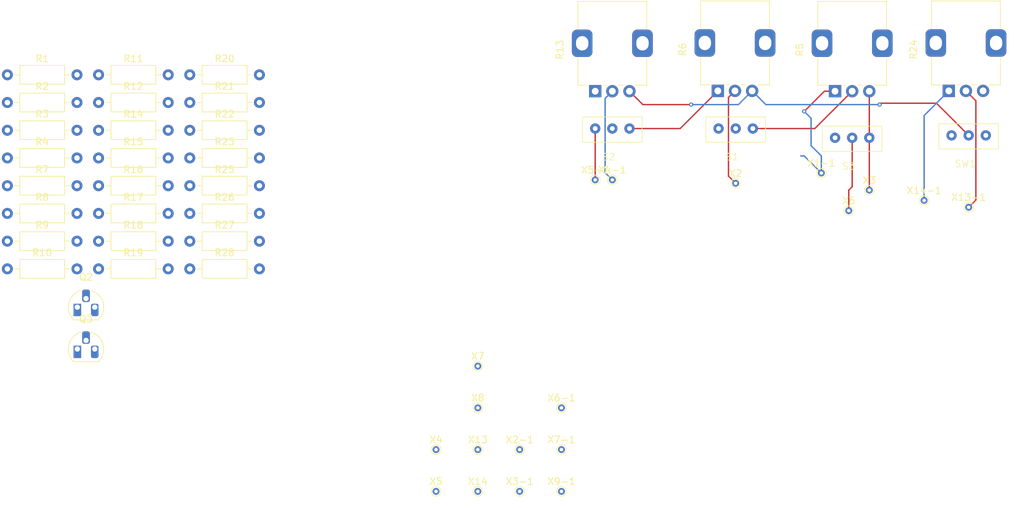
<source format=kicad_pcb>
(kicad_pcb (version 20241229) (generator "pcbnew") (generator_version "9.0")
  (layers (0 "F.Cu" signal) (2 "B.Cu" signal) (13 "F.Paste" user) (15 "B.Paste" user) (5 "F.SilkS" user "F.Silkscreen") (7 "B.SilkS" user "B.Silkscreen") (1 "F.Mask" user) (3 "B.Mask" user) (25 "Edge.Cuts" user))
  (net 0 "")
  (net 1 "Net-(Q2-E)")
  (net 2 "Net-(Q2-B)")
  (net 3 "Net-(Q2-C)")
  (net 4 "Net-(Q1-D)")
  (net 5 "GND")
  (net 6 "Net-(C1-Pad2)")
  (net 7 "/BN")
  (net 8 "Net-(Q1-G)")
  (net 9 "Net-(D1-K)")
  (net 10 "Net-(R4-Pad2)")
  (net 11 "Net-(U1C--)")
  (net 12 "Net-(S1-A)")
  (net 13 "Net-(S2-B)")
  (net 14 "/BP")
  (net 15 "Net-(R6-Pad2)")
  (net 16 "Net-(D1-A)")
  (net 17 "Net-(U1B-+)")
  (net 18 "Net-(Q1-S)")
  (net 19 "Net-(R10-Pad1)")
  (net 20 "Net-(U1C-+)")
  (net 21 "Net-(S2-A)")
  (net 22 "Net-(U1B--)")
  (net 23 "Net-(LFO1-A)")
  (net 24 "Net-(C12-Pad1)")
  (net 25 "Net-(U2-+)")
  (net 26 "Net-(C12-Pad2)")
  (net 27 "Net-(C13-Pad2)")
  (net 28 "Net-(S3-B)")
  (net 29 "Net-(S1-B)")
  (net 30 "Net-(SW1-A)")
  (footprint "PROJECT_FOOTPRINTS:spdt" (layer "F.Cu") (at 221.5 60.5)
    (property "Reference" "S3" (at -0.5 4 0) (layer "F.SilkS") (effects (font (thickness 0.1))))
    (property "Value" "SYNC")
    (fp_rect (start -4.35 -1.85) (end 4.35 1.85) (stroke (width 0.1)) (fill no) (layer "F.SilkS"))
    (pad "1" thru_hole circle (at 2.5 -0.15) (size 1.5 1.5) (drill 0.7) (layers "*.Cu" "*.Mask") (net 12 "Net-(S1-A)"))
    (pad "2" thru_hole circle (at 0 -0.15) (size 1.5 1.5) (drill 0.7) (layers "*.Cu" "*.Mask") (net 28 "Net-(S3-B)"))
    (pad "3" thru_hole circle (at -2.5 -0.15) (size 1.5 1.5) (drill 0.7) (layers "*.Cu" "*.Mask"))
  )
  (footprint "TestPoint:TestPoint_THTPad_D1.0mm_Drill0.5mm" (layer "F.Cu") (at 186.5 66.5)
    (property "Reference" "X4-1" (at 0 -1.448 0) (layer "F.SilkS"))
    (property "Value" "TestPoint")
    (fp_circle (center 0 0) (end 0 0.7) (stroke (width 0.12)) (fill no) (layer "F.SilkS"))
    (pad "1" thru_hole circle (at 0 0) (size 1 1) (drill 0.5) (layers "*.Cu" "*.Mask") (net 19 "Net-(R10-Pad1)"))
  )
  (footprint "TestPoint:TestPoint_THTPad_D1.0mm_Drill0.5mm" (layer "F.Cu") (at 166.875 105.9)
    (property "Reference" "X13" (at 0 -1.448 0) (layer "F.SilkS"))
    (property "Value" "TestPoint")
    (fp_circle (center 0 0) (end 0 0.7) (stroke (width 0.12)) (fill no) (layer "F.SilkS"))
    (pad "1" thru_hole circle (at 0 0) (size 1 1) (drill 0.5) (layers "*.Cu" "*.Mask") (net 24 "Net-(C12-Pad1)"))
  )
  (footprint "Potentiometer_THT:Potentiometer_Alps_RK09K_Single_Vertical" (layer "F.Cu") (at 219 53.55 90)
    (property "Reference" "R5" (at 6.05 -5.15 90) (layer "F.SilkS"))
    (property "Value" "1M")
    (fp_line (start 13.12 -2.521) (end 13.12 7.52) (stroke (width 0.12)) (layer "F.SilkS"))
    (fp_line (start 9.184 -2.521) (end 13.12 -2.521) (stroke (width 0.12)) (layer "F.SilkS"))
    (fp_line (start 0.88 -2.521) (end 4.817 -2.521) (stroke (width 0.12)) (layer "F.SilkS"))
    (fp_line (start 0.88 -2.521) (end 0.88 -1.2) (stroke (width 0.12)) (layer "F.SilkS"))
    (fp_line (start 0.88 1.25) (end 0.88 1.63) (stroke (width 0.12)) (layer "F.SilkS"))
    (fp_line (start 0.88 3.371) (end 0.88 4.13) (stroke (width 0.12)) (layer "F.SilkS"))
    (fp_line (start 0.88 5.87) (end 0.88 7.52) (stroke (width 0.12)) (layer "F.SilkS"))
    (fp_line (start 9.184 7.52) (end 13.12 7.52) (stroke (width 0.12)) (layer "F.SilkS"))
    (fp_line (start 0.88 7.52) (end 4.817 7.52) (stroke (width 0.12)) (layer "F.SilkS"))
    (pad "1" thru_hole rect (at 0 0 90) (size 1.8 1.8) (drill 1) (layers "*.Cu" "*.Mask") (net 10 "Net-(R4-Pad2)"))
    (pad "2" thru_hole circle (at 0 2.5 90) (size 1.8 1.8) (drill 1) (layers "*.Cu" "*.Mask") (net 12 "Net-(S1-A)"))
    (pad "3" thru_hole circle (at 0 5 90) (size 1.8 1.8) (drill 1) (layers "*.Cu" "*.Mask") (net 12 "Net-(S1-A)"))
    (pad "MP" thru_hole roundrect (at 7 -1.9 90) (size 4 3) (drill oval 2.1 1.8) (layers "*.Cu" "*.Mask"))
    (pad "MP" thru_hole roundrect (at 7 6.9 90) (size 4 3) (drill oval 2.1 1.8) (layers "*.Cu" "*.Mask"))
  )
  (footprint "Resistor_THT:R_Axial_DIN0207_L6.3mm_D2.5mm_P10.16mm_Horizontal" (layer "F.Cu") (at 124.84 71.4)
    (property "Reference" "R26" (at 5.08 -2.37 0) (layer "F.SilkS"))
    (property "Value" "4.7K")
    (fp_line (start 1.04 0) (end 1.81 0) (stroke (width 0.12)) (layer "F.SilkS"))
    (fp_line (start 9.12 0) (end 8.35 0) (stroke (width 0.12)) (layer "F.SilkS"))
    (fp_rect (start 1.81 -1.37) (end 8.35 1.37) (stroke (width 0.12)) (fill no) (layer "F.SilkS"))
    (pad "1" thru_hole circle (at 0 0) (size 1.6 1.6) (drill 0.8) (layers "*.Cu" "*.Mask") (net 25 "Net-(U2-+)"))
    (pad "2" thru_hole circle (at 10.16 0) (size 1.6 1.6) (drill 0.8) (layers "*.Cu" "*.Mask") (net 7 "/BN"))
  )
  (footprint "Resistor_THT:R_Axial_DIN0207_L6.3mm_D2.5mm_P10.16mm_Horizontal" (layer "F.Cu") (at 124.84 51.15)
    (property "Reference" "R20" (at 5.08 -2.37 0) (layer "F.SilkS"))
    (property "Value" "15K")
    (fp_line (start 1.04 0) (end 1.81 0) (stroke (width 0.12)) (layer "F.SilkS"))
    (fp_line (start 9.12 0) (end 8.35 0) (stroke (width 0.12)) (layer "F.SilkS"))
    (fp_rect (start 1.81 -1.37) (end 8.35 1.37) (stroke (width 0.12)) (fill no) (layer "F.SilkS"))
    (pad "1" thru_hole circle (at 0 0) (size 1.6 1.6) (drill 0.8) (layers "*.Cu" "*.Mask") (net 22 "Net-(U1B--)"))
    (pad "2" thru_hole circle (at 10.16 0) (size 1.6 1.6) (drill 0.8) (layers "*.Cu" "*.Mask") (net 7 "/BN"))
  )
  (footprint "TestPoint:TestPoint_THTPad_D1.0mm_Drill0.5mm" (layer "F.Cu") (at 172.975 105.9)
    (property "Reference" "X2-1" (at 0 -1.448 0) (layer "F.SilkS"))
    (property "Value" "TestPoint")
    (fp_circle (center 0 0) (end 0 0.7) (stroke (width 0.12)) (fill no) (layer "F.SilkS"))
    (pad "1" thru_hole circle (at 0 0) (size 1 1) (drill 0.5) (layers "*.Cu" "*.Mask") (net 15 "Net-(R6-Pad2)"))
  )
  (footprint "Resistor_THT:R_Axial_DIN0207_L6.3mm_D2.5mm_P10.16mm_Horizontal" (layer "F.Cu") (at 111.53 67.35)
    (property "Reference" "R16" (at 5.08 -2.37 0) (layer "F.SilkS"))
    (property "Value" "2M")
    (fp_line (start 1.04 0) (end 1.81 0) (stroke (width 0.12)) (layer "F.SilkS"))
    (fp_line (start 9.12 0) (end 8.35 0) (stroke (width 0.12)) (layer "F.SilkS"))
    (fp_rect (start 1.81 -1.37) (end 8.35 1.37) (stroke (width 0.12)) (fill no) (layer "F.SilkS"))
    (pad "1" thru_hole circle (at 0 0) (size 1.6 1.6) (drill 0.8) (layers "*.Cu" "*.Mask") (net 3 "Net-(Q2-C)"))
    (pad "2" thru_hole circle (at 10.16 0) (size 1.6 1.6) (drill 0.8) (layers "*.Cu" "*.Mask") (net 14 "/BP"))
  )
  (footprint "Resistor_THT:R_Axial_DIN0207_L6.3mm_D2.5mm_P10.16mm_Horizontal" (layer "F.Cu") (at 111.53 71.4)
    (property "Reference" "R17" (at 5.08 -2.37 0) (layer "F.SilkS"))
    (property "Value" "10K")
    (fp_line (start 1.04 0) (end 1.81 0) (stroke (width 0.12)) (layer "F.SilkS"))
    (fp_line (start 9.12 0) (end 8.35 0) (stroke (width 0.12)) (layer "F.SilkS"))
    (fp_rect (start 1.81 -1.37) (end 8.35 1.37) (stroke (width 0.12)) (fill no) (layer "F.SilkS"))
    (pad "1" thru_hole circle (at 0 0) (size 1.6 1.6) (drill 0.8) (layers "*.Cu" "*.Mask") (net 22 "Net-(U1B--)"))
    (pad "2" thru_hole circle (at 10.16 0) (size 1.6 1.6) (drill 0.8) (layers "*.Cu" "*.Mask") (net 14 "/BP"))
  )
  (footprint "Resistor_THT:R_Axial_DIN0207_L6.3mm_D2.5mm_P10.16mm_Horizontal" (layer "F.Cu") (at 111.53 51.15)
    (property "Reference" "R11" (at 5.08 -2.37 0) (layer "F.SilkS"))
    (property "Value" "100K")
    (fp_line (start 1.04 0) (end 1.81 0) (stroke (width 0.12)) (layer "F.SilkS"))
    (fp_line (start 9.12 0) (end 8.35 0) (stroke (width 0.12)) (layer "F.SilkS"))
    (fp_rect (start 1.81 -1.37) (end 8.35 1.37) (stroke (width 0.12)) (fill no) (layer "F.SilkS"))
    (pad "1" thru_hole circle (at 0 0) (size 1.6 1.6) (drill 0.8) (layers "*.Cu" "*.Mask") (net 14 "/BP"))
    (pad "2" thru_hole circle (at 10.16 0) (size 1.6 1.6) (drill 0.8) (layers "*.Cu" "*.Mask") (net 20 "Net-(U1C-+)"))
  )
  (footprint "Resistor_THT:R_Axial_DIN0207_L6.3mm_D2.5mm_P10.16mm_Horizontal" (layer "F.Cu") (at 98.22 51.15)
    (property "Reference" "R1" (at 5.08 -2.37 0) (layer "F.SilkS"))
    (property "Value" "10K")
    (fp_line (start 1.04 0) (end 1.81 0) (stroke (width 0.12)) (layer "F.SilkS"))
    (fp_line (start 9.12 0) (end 8.35 0) (stroke (width 0.12)) (layer "F.SilkS"))
    (fp_rect (start 1.81 -1.37) (end 8.35 1.37) (stroke (width 0.12)) (fill no) (layer "F.SilkS"))
    (pad "1" thru_hole circle (at 0 0) (size 1.6 1.6) (drill 0.8) (layers "*.Cu" "*.Mask") (net 6 "Net-(C1-Pad2)"))
    (pad "2" thru_hole circle (at 10.16 0) (size 1.6 1.6) (drill 0.8) (layers "*.Cu" "*.Mask") (net 1 "Net-(Q2-E)"))
  )
  (footprint "Resistor_THT:R_Axial_DIN0207_L6.3mm_D2.5mm_P10.16mm_Horizontal" (layer "F.Cu") (at 111.53 79.5)
    (property "Reference" "R19" (at 5.08 -2.37 0) (layer "F.SilkS"))
    (property "Value" "100K")
    (fp_line (start 1.04 0) (end 1.81 0) (stroke (width 0.12)) (layer "F.SilkS"))
    (fp_line (start 9.12 0) (end 8.35 0) (stroke (width 0.12)) (layer "F.SilkS"))
    (fp_rect (start 1.81 -1.37) (end 8.35 1.37) (stroke (width 0.12)) (fill no) (layer "F.SilkS"))
    (pad "1" thru_hole circle (at 0 0) (size 1.6 1.6) (drill 0.8) (layers "*.Cu" "*.Mask") (net 20 "Net-(U1C-+)"))
    (pad "2" thru_hole circle (at 10.16 0) (size 1.6 1.6) (drill 0.8) (layers "*.Cu" "*.Mask") (net 12 "Net-(S1-A)"))
  )
  (footprint "Resistor_THT:R_Axial_DIN0207_L6.3mm_D2.5mm_P10.16mm_Horizontal" (layer "F.Cu") (at 124.84 55.2)
    (property "Reference" "R21" (at 5.08 -2.37 0) (layer "F.SilkS"))
    (property "Value" "4.7K")
    (fp_line (start 1.04 0) (end 1.81 0) (stroke (width 0.12)) (layer "F.SilkS"))
    (fp_line (start 9.12 0) (end 8.35 0) (stroke (width 0.12)) (layer "F.SilkS"))
    (fp_rect (start 1.81 -1.37) (end 8.35 1.37) (stroke (width 0.12)) (fill no) (layer "F.SilkS"))
    (pad "1" thru_hole circle (at 0 0) (size 1.6 1.6) (drill 0.8) (layers "*.Cu" "*.Mask") (net 12 "Net-(S1-A)"))
    (pad "2" thru_hole circle (at 10.16 0) (size 1.6 1.6) (drill 0.8) (layers "*.Cu" "*.Mask") (net 23 "Net-(LFO1-A)"))
  )
  (footprint "TestPoint:TestPoint_THTPad_D1.0mm_Drill0.5mm" (layer "F.Cu") (at 166.875 99.8)
    (property "Reference" "X8" (at 0 -1.448 0) (layer "F.SilkS"))
    (property "Value" "TestPoint")
    (fp_circle (center 0 0) (end 0 0.7) (stroke (width 0.12)) (fill no) (layer "F.SilkS"))
    (pad "1" thru_hole circle (at 0 0) (size 1 1) (drill 0.5) (layers "*.Cu" "*.Mask") (net 26 "Net-(C12-Pad2)"))
  )
  (footprint "TestPoint:TestPoint_THTPad_D1.0mm_Drill0.5mm" (layer "F.Cu") (at 179.075 105.9)
    (property "Reference" "X7-1" (at 0 -1.448 0) (layer "F.SilkS"))
    (property "Value" "TestPoint")
    (fp_circle (center 0 0) (end 0 0.7) (stroke (width 0.12)) (fill no) (layer "F.SilkS"))
    (pad "1" thru_hole circle (at 0 0) (size 1 1) (drill 0.5) (layers "*.Cu" "*.Mask") (net 23 "Net-(LFO1-A)"))
  )
  (footprint "TestPoint:TestPoint_THTPad_D1.0mm_Drill0.5mm" (layer "F.Cu") (at 238.5 70.5)
    (property "Reference" "X13-1" (at 0 -1.448 0) (layer "F.SilkS"))
    (property "Value" "TestPoint")
    (fp_circle (center 0 0) (end 0 0.7) (stroke (width 0.12)) (fill no) (layer "F.SilkS"))
    (pad "1" thru_hole circle (at 0 0) (size 1 1) (drill 0.5) (layers "*.Cu" "*.Mask") (net 24 "Net-(C12-Pad1)"))
  )
  (footprint "TestPoint:TestPoint_THTPad_D1.0mm_Drill0.5mm" (layer "F.Cu") (at 217 65.5)
    (property "Reference" "X1-1" (at 0 -1.448 0) (layer "F.SilkS"))
    (property "Value" "TestPoint")
    (fp_circle (center 0 0) (end 0 0.7) (stroke (width 0.12)) (fill no) (layer "F.SilkS"))
    (pad "1" thru_hole circle (at 0 0) (size 1 1) (drill 0.5) (layers "*.Cu" "*.Mask") (net 10 "Net-(R4-Pad2)"))
  )
  (footprint "TestPoint:TestPoint_THTPad_D1.0mm_Drill0.5mm" (layer "F.Cu") (at 221 71)
    (property "Reference" "X6" (at 0 -1.448 0) (layer "F.SilkS"))
    (property "Value" "TestPoint")
    (fp_circle (center 0 0) (end 0 0.7) (stroke (width 0.12)) (fill no) (layer "F.SilkS"))
    (pad "1" thru_hole circle (at 0 0) (size 1 1) (drill 0.5) (layers "*.Cu" "*.Mask") (net 28 "Net-(S3-B)"))
  )
  (footprint "Resistor_THT:R_Axial_DIN0207_L6.3mm_D2.5mm_P10.16mm_Horizontal" (layer "F.Cu") (at 111.53 55.2)
    (property "Reference" "R12" (at 5.08 -2.37 0) (layer "F.SilkS"))
    (property "Value" "75K")
    (fp_line (start 1.04 0) (end 1.81 0) (stroke (width 0.12)) (layer "F.SilkS"))
    (fp_line (start 9.12 0) (end 8.35 0) (stroke (width 0.12)) (layer "F.SilkS"))
    (fp_rect (start 1.81 -1.37) (end 8.35 1.37) (stroke (width 0.12)) (fill no) (layer "F.SilkS"))
    (pad "1" thru_hole circle (at 0 0) (size 1.6 1.6) (drill 0.8) (layers "*.Cu" "*.Mask") (net 12 "Net-(S1-A)"))
    (pad "2" thru_hole circle (at 10.16 0) (size 1.6 1.6) (drill 0.8) (layers "*.Cu" "*.Mask") (net 21 "Net-(S2-A)"))
  )
  (footprint "Resistor_THT:R_Axial_DIN0207_L6.3mm_D2.5mm_P10.16mm_Horizontal" (layer "F.Cu") (at 111.53 63.3)
    (property "Reference" "R15" (at 5.08 -2.37 0) (layer "F.SilkS"))
    (property "Value" "220k")
    (fp_line (start 1.04 0) (end 1.81 0) (stroke (width 0.12)) (layer "F.SilkS"))
    (fp_line (start 9.12 0) (end 8.35 0) (stroke (width 0.12)) (layer "F.SilkS"))
    (fp_rect (start 1.81 -1.37) (end 8.35 1.37) (stroke (width 0.12)) (fill no) (layer "F.SilkS"))
    (pad "1" thru_hole circle (at 0 0) (size 1.6 1.6) (drill 0.8) (layers "*.Cu" "*.Mask") (net 2 "Net-(Q2-B)"))
    (pad "2" thru_hole circle (at 10.16 0) (size 1.6 1.6) (drill 0.8) (layers "*.Cu" "*.Mask") (net 7 "/BN"))
  )
  (footprint "Resistor_THT:R_Axial_DIN0207_L6.3mm_D2.5mm_P10.16mm_Horizontal" (layer "F.Cu") (at 98.22 67.35)
    (property "Reference" "R7" (at 5.08 -2.37 0) (layer "F.SilkS"))
    (property "Value" "100K")
    (fp_line (start 1.04 0) (end 1.81 0) (stroke (width 0.12)) (layer "F.SilkS"))
    (fp_line (start 9.12 0) (end 8.35 0) (stroke (width 0.12)) (layer "F.SilkS"))
    (fp_rect (start 1.81 -1.37) (end 8.35 1.37) (stroke (width 0.12)) (fill no) (layer "F.SilkS"))
    (pad "1" thru_hole circle (at 0 0) (size 1.6 1.6) (drill 0.8) (layers "*.Cu" "*.Mask") (net 15 "Net-(R6-Pad2)"))
    (pad "2" thru_hole circle (at 10.16 0) (size 1.6 1.6) (drill 0.8) (layers "*.Cu" "*.Mask") (net 2 "Net-(Q2-B)"))
  )
  (footprint "Resistor_THT:R_Axial_DIN0207_L6.3mm_D2.5mm_P10.16mm_Horizontal" (layer "F.Cu") (at 98.22 59.25)
    (property "Reference" "R3" (at 5.08 -2.37 0) (layer "F.SilkS"))
    (property "Value" "10K")
    (fp_line (start 1.04 0) (end 1.81 0) (stroke (width 0.12)) (layer "F.SilkS"))
    (fp_line (start 9.12 0) (end 8.35 0) (stroke (width 0.12)) (layer "F.SilkS"))
    (fp_rect (start 1.81 -1.37) (end 8.35 1.37) (stroke (width 0.12)) (fill no) (layer "F.SilkS"))
    (pad "1" thru_hole circle (at 0 0) (size 1.6 1.6) (drill 0.8) (layers "*.Cu" "*.Mask") (net 8 "Net-(Q1-G)"))
    (pad "2" thru_hole circle (at 10.16 0) (size 1.6 1.6) (drill 0.8) (layers "*.Cu" "*.Mask") (net 9 "Net-(D1-K)"))
  )
  (footprint "Resistor_THT:R_Axial_DIN0207_L6.3mm_D2.5mm_P10.16mm_Horizontal" (layer "F.Cu") (at 111.53 75.45)
    (property "Reference" "R18" (at 5.08 -2.37 0) (layer "F.SilkS"))
    (property "Value" "100K")
    (fp_line (start 1.04 0) (end 1.81 0) (stroke (width 0.12)) (layer "F.SilkS"))
    (fp_line (start 9.12 0) (end 8.35 0) (stroke (width 0.12)) (layer "F.SilkS"))
    (fp_rect (start 1.81 -1.37) (end 8.35 1.37) (stroke (width 0.12)) (fill no) (layer "F.SilkS"))
    (pad "1" thru_hole circle (at 0 0) (size 1.6 1.6) (drill 0.8) (layers "*.Cu" "*.Mask") (net 7 "/BN"))
    (pad "2" thru_hole circle (at 10.16 0) (size 1.6 1.6) (drill 0.8) (layers "*.Cu" "*.Mask") (net 20 "Net-(U1C-+)"))
  )
  (footprint "Resistor_THT:R_Axial_DIN0207_L6.3mm_D2.5mm_P10.16mm_Horizontal" (layer "F.Cu") (at 124.84 75.45)
    (property "Reference" "R27" (at 5.08 -2.37 0) (layer "F.SilkS"))
    (property "Value" "10")
    (fp_line (start 1.04 0) (end 1.81 0) (stroke (width 0.12)) (layer "F.SilkS"))
    (fp_line (start 9.12 0) (end 8.35 0) (stroke (width 0.12)) (layer "F.SilkS"))
    (fp_rect (start 1.81 -1.37) (end 8.35 1.37) (stroke (width 0.12)) (fill no) (layer "F.SilkS"))
    (pad "1" thru_hole circle (at 0 0) (size 1.6 1.6) (drill 0.8) (layers "*.Cu" "*.Mask") (net 27 "Net-(C13-Pad2)"))
    (pad "2" thru_hole circle (at 10.16 0) (size 1.6 1.6) (drill 0.8) (layers "*.Cu" "*.Mask") (net 7 "/BN"))
  )
  (footprint "TestPoint:TestPoint_THTPad_D1.0mm_Drill0.5mm" (layer "F.Cu") (at 232 69.5)
    (property "Reference" "X14-1" (at 0 -1.448 0) (layer "F.SilkS"))
    (property "Value" "TestPoint")
    (fp_circle (center 0 0) (end 0 0.7) (stroke (width 0.12)) (fill no) (layer "F.SilkS"))
    (pad "1" thru_hole circle (at 0 0) (size 1 1) (drill 0.5) (layers "*.Cu" "*.Mask") (net 18 "Net-(Q1-S)"))
  )
  (footprint "TestPoint:TestPoint_THTPad_D1.0mm_Drill0.5mm" (layer "F.Cu") (at 224 68)
    (property "Reference" "X3" (at 0 -1.448 0) (layer "F.SilkS"))
    (property "Value" "TestPoint")
    (fp_circle (center 0 0) (end 0 0.7) (stroke (width 0.12)) (fill no) (layer "F.SilkS"))
    (pad "1" thru_hole circle (at 0 0) (size 1 1) (drill 0.5) (layers "*.Cu" "*.Mask") (net 12 "Net-(S1-A)"))
  )
  (footprint "TestPoint:TestPoint_THTPad_D1.0mm_Drill0.5mm" (layer "F.Cu") (at 160.775 112)
    (property "Reference" "X5" (at 0 -1.448 0) (layer "F.SilkS"))
    (property "Value" "TestPoint")
    (fp_circle (center 0 0) (end 0 0.7) (stroke (width 0.12)) (fill no) (layer "F.SilkS"))
    (pad "1" thru_hole circle (at 0 0) (size 1 1) (drill 0.5) (layers "*.Cu" "*.Mask") (net 21 "Net-(S2-A)"))
  )
  (footprint "Resistor_THT:R_Axial_DIN0207_L6.3mm_D2.5mm_P10.16mm_Horizontal" (layer "F.Cu") (at 98.22 55.2)
    (property "Reference" "R2" (at 5.08 -2.37 0) (layer "F.SilkS"))
    (property "Value" "2M")
    (fp_line (start 1.04 0) (end 1.81 0) (stroke (width 0.12)) (layer "F.SilkS"))
    (fp_line (start 9.12 0) (end 8.35 0) (stroke (width 0.12)) (layer "F.SilkS"))
    (fp_rect (start 1.81 -1.37) (end 8.35 1.37) (stroke (width 0.12)) (fill no) (layer "F.SilkS"))
    (pad "1" thru_hole circle (at 0 0) (size 1.6 1.6) (drill 0.8) (layers "*.Cu" "*.Mask") (net 7 "/BN"))
    (pad "2" thru_hole circle (at 10.16 0) (size 1.6 1.6) (drill 0.8) (layers "*.Cu" "*.Mask") (net 8 "Net-(Q1-G)"))
  )
  (footprint "TestPoint:TestPoint_THTPad_D1.0mm_Drill0.5mm" (layer "F.Cu") (at 166.875 93.7)
    (property "Reference" "X7" (at 0 -1.448 0) (layer "F.SilkS"))
    (property "Value" "TestPoint")
    (fp_circle (center 0 0) (end 0 0.7) (stroke (width 0.12)) (fill no) (layer "F.SilkS"))
    (pad "1" thru_hole circle (at 0 0) (size 1 1) (drill 0.5) (layers "*.Cu" "*.Mask") (net 23 "Net-(LFO1-A)"))
  )
  (footprint "TestPoint:TestPoint_THTPad_D1.0mm_Drill0.5mm" (layer "F.Cu") (at 184 66.5)
    (property "Reference" "X5-1" (at 0 -1.448 0) (layer "F.SilkS"))
    (property "Value" "TestPoint")
    (fp_circle (center 0 0) (end 0 0.7) (stroke (width 0.12)) (fill no) (layer "F.SilkS"))
    (pad "1" thru_hole circle (at 0 0) (size 1 1) (drill 0.5) (layers "*.Cu" "*.Mask") (net 21 "Net-(S2-A)"))
  )
  (footprint "Resistor_THT:R_Axial_DIN0207_L6.3mm_D2.5mm_P10.16mm_Horizontal" (layer "F.Cu") (at 124.84 67.35)
    (property "Reference" "R25" (at 5.08 -2.37 0) (layer "F.SilkS"))
    (property "Value" "100K")
    (fp_line (start 1.04 0) (end 1.81 0) (stroke (width 0.12)) (layer "F.SilkS"))
    (fp_line (start 9.12 0) (end 8.35 0) (stroke (width 0.12)) (layer "F.SilkS"))
    (fp_rect (start 1.81 -1.37) (end 8.35 1.37) (stroke (width 0.12)) (fill no) (layer "F.SilkS"))
    (pad "1" thru_hole circle (at 0 0) (size 1.6 1.6) (drill 0.8) (layers "*.Cu" "*.Mask") (net 26 "Net-(C12-Pad2)"))
    (pad "2" thru_hole circle (at 10.16 0) (size 1.6 1.6) (drill 0.8) (layers "*.Cu" "*.Mask") (net 25 "Net-(U2-+)"))
  )
  (footprint "Potentiometer_THT:Potentiometer_Alps_RK09K_Single_Vertical" (layer "F.Cu") (at 184 53.55 90)
    (property "Reference" "R13" (at 6.05 -5.15 90) (layer "F.SilkS"))
    (property "Value" "100K")
    (fp_line (start 13.12 -2.521) (end 13.12 7.52) (stroke (width 0.12)) (layer "F.SilkS"))
    (fp_line (start 9.184 -2.521) (end 13.12 -2.521) (stroke (width 0.12)) (layer "F.SilkS"))
    (fp_line (start 0.88 -2.521) (end 4.817 -2.521) (stroke (width 0.12)) (layer "F.SilkS"))
    (fp_line (start 0.88 -2.521) (end 0.88 -1.2) (stroke (width 0.12)) (layer "F.SilkS"))
    (fp_line (start 0.88 1.25) (end 0.88 1.63) (stroke (width 0.12)) (layer "F.SilkS"))
    (fp_line (start 0.88 3.371) (end 0.88 4.13) (stroke (width 0.12)) (layer "F.SilkS"))
    (fp_line (start 0.88 5.87) (end 0.88 7.52) (stroke (width 0.12)) (layer "F.SilkS"))
    (fp_line (start 9.184 7.52) (end 13.12 7.52) (stroke (width 0.12)) (layer "F.SilkS"))
    (fp_line (start 0.88 7.52) (end 4.817 7.52) (stroke (width 0.12)) (layer "F.SilkS"))
    (pad "1" thru_hole rect (at 0 0 90) (size 1.8 1.8) (drill 1) (layers "*.Cu" "*.Mask") (net 7 "/BN"))
    (pad "2" thru_hole circle (at 0 2.5 90) (size 1.8 1.8) (drill 1) (layers "*.Cu" "*.Mask") (net 19 "Net-(R10-Pad1)"))
    (pad "3" thru_hole circle (at 0 5 90) (size 1.8 1.8) (drill 1) (layers "*.Cu" "*.Mask") (net 14 "/BP"))
    (pad "MP" thru_hole roundrect (at 7 -1.9 90) (size 4 3) (drill oval 2.1 1.8) (layers "*.Cu" "*.Mask"))
    (pad "MP" thru_hole roundrect (at 7 6.9 90) (size 4 3) (drill oval 2.1 1.8) (layers "*.Cu" "*.Mask"))
  )
  (footprint "Resistor_THT:R_Axial_DIN0207_L6.3mm_D2.5mm_P10.16mm_Horizontal" (layer "F.Cu") (at 98.22 71.4)
    (property "Reference" "R8" (at 5.08 -2.37 0) (layer "F.SilkS"))
    (property "Value" "300K")
    (fp_line (start 1.04 0) (end 1.81 0) (stroke (width 0.12)) (layer "F.SilkS"))
    (fp_line (start 9.12 0) (end 8.35 0) (stroke (width 0.12)) (layer "F.SilkS"))
    (fp_rect (start 1.81 -1.37) (end 8.35 1.37) (stroke (width 0.12)) (fill no) (layer "F.SilkS"))
    (pad "1" thru_hole circle (at 0 0) (size 1.6 1.6) (drill 0.8) (layers "*.Cu" "*.Mask") (net 17 "Net-(U1B-+)"))
    (pad "2" thru_hole circle (at 10.16 0) (size 1.6 1.6) (drill 0.8) (layers "*.Cu" "*.Mask") (net 16 "Net-(D1-A)"))
  )
  (footprint "Resistor_THT:R_Axial_DIN0207_L6.3mm_D2.5mm_P10.16mm_Horizontal" (layer "F.Cu") (at 98.22 79.5)
    (property "Reference" "R10" (at 5.08 -2.37 0) (layer "F.SilkS"))
    (property "Value" "75K")
    (fp_line (start 1.04 0) (end 1.81 0) (stroke (width 0.12)) (layer "F.SilkS"))
    (fp_line (start 9.12 0) (end 8.35 0) (stroke (width 0.12)) (layer "F.SilkS"))
    (fp_rect (start 1.81 -1.37) (end 8.35 1.37) (stroke (width 0.12)) (fill no) (layer "F.SilkS"))
    (pad "1" thru_hole circle (at 0 0) (size 1.6 1.6) (drill 0.8) (layers "*.Cu" "*.Mask") (net 19 "Net-(R10-Pad1)"))
    (pad "2" thru_hole circle (at 10.16 0) (size 1.6 1.6) (drill 0.8) (layers "*.Cu" "*.Mask") (net 2 "Net-(Q2-B)"))
  )
  (footprint "TestPoint:TestPoint_THTPad_D1.0mm_Drill0.5mm" (layer "F.Cu") (at 160.775 105.9)
    (property "Reference" "X4" (at 0 -1.448 0) (layer "F.SilkS"))
    (property "Value" "TestPoint")
    (fp_circle (center 0 0) (end 0 0.7) (stroke (width 0.12)) (fill no) (layer "F.SilkS"))
    (pad "1" thru_hole circle (at 0 0) (size 1 1) (drill 0.5) (layers "*.Cu" "*.Mask") (net 19 "Net-(R10-Pad1)"))
  )
  (footprint "TestPoint:TestPoint_THTPad_D1.0mm_Drill0.5mm" (layer "F.Cu") (at 204.5 67)
    (property "Reference" "X2" (at 0 -1.448 0) (layer "F.SilkS"))
    (property "Value" "TestPoint")
    (fp_circle (center 0 0) (end 0 0.7) (stroke (width 0.12)) (fill no) (layer "F.SilkS"))
    (pad "1" thru_hole circle (at 0 0) (size 1 1) (drill 0.5) (layers "*.Cu" "*.Mask") (net 15 "Net-(R6-Pad2)"))
  )
  (footprint "Potentiometer_THT:Potentiometer_Alps_RK09K_Single_Vertical" (layer "F.Cu") (at 235.6 53.5 90)
    (property "Reference" "R24" (at 6.05 -5.15 90) (layer "F.SilkS"))
    (property "Value" "100K")
    (fp_line (start 13.12 -2.521) (end 13.12 7.52) (stroke (width 0.12)) (layer "F.SilkS"))
    (fp_line (start 9.184 -2.521) (end 13.12 -2.521) (stroke (width 0.12)) (layer "F.SilkS"))
    (fp_line (start 0.88 -2.521) (end 4.817 -2.521) (stroke (width 0.12)) (layer "F.SilkS"))
    (fp_line (start 0.88 -2.521) (end 0.88 -1.2) (stroke (width 0.12)) (layer "F.SilkS"))
    (fp_line (start 0.88 1.25) (end 0.88 1.63) (stroke (width 0.12)) (layer "F.SilkS"))
    (fp_line (start 0.88 3.371) (end 0.88 4.13) (stroke (width 0.12)) (layer "F.SilkS"))
    (fp_line (start 0.88 5.87) (end 0.88 7.52) (stroke (width 0.12)) (layer "F.SilkS"))
    (fp_line (start 9.184 7.52) (end 13.12 7.52) (stroke (width 0.12)) (layer "F.SilkS"))
    (fp_line (start 0.88 7.52) (end 4.817 7.52) (stroke (width 0.12)) (layer "F.SilkS"))
    (pad "1" thru_hole rect (at 0 0 90) (size 1.8 1.8) (drill 1) (layers "*.Cu" "*.Mask") (net 18 "Net-(Q1-S)"))
    (pad "2" thru_hole circle (at 0 2.5 90) (size 1.8 1.8) (drill 1) (layers "*.Cu" "*.Mask") (net 24 "Net-(C12-Pad1)"))
    (pad "3" thru_hole circle (at 0 5 90) (size 1.8 1.8) (drill 1) (layers "*.Cu" "*.Mask") (net 7 "/BN"))
    (pad "MP" thru_hole roundrect (at 7 -1.9 90) (size 4 3) (drill oval 2.1 1.8) (layers "*.Cu" "*.Mask"))
    (pad "MP" thru_hole roundrect (at 7 6.9 90) (size 4 3) (drill oval 2.1 1.8) (layers "*.Cu" "*.Mask"))
  )
  (footprint "Package_TO_SOT_THT:TO-92_HandSolder" (layer "F.Cu") (at 108.43 85.1)
    (property "Reference" "Q2" (at 1.27 -4.4 0) (layer "F.SilkS"))
    (property "Value" "2N3904")
    (fp_line (start -0.53 1.85) (end 3.07 1.85) (stroke (width 0.12)) (layer "F.SilkS"))
    (fp_arc (start -0.541875 1.841741) (mid -1.247231 -0.581764) (end 0.45 -2.45) (stroke (width 0.12)) (layer "F.SilkS"))
    (fp_arc (start 2.05 -2.45) (mid 3.769931 -0.601036) (end 3.078445 1.827684) (stroke (width 0.12)) (layer "F.SilkS"))
    (pad "1" thru_hole rect (at 0 0) (size 1.1 1.8) (drill 0.75 (offset 0 0.4)) (layers "*.Cu" "*.Mask") (net 1 "Net-(Q2-E)"))
    (pad "2" thru_hole roundrect (at 1.27 -1.27) (size 1.1 1.8) (drill 0.75 (offset 0 -0.4)) (layers "*.Cu" "*.Mask") (net 2 "Net-(Q2-B)"))
    (pad "3" thru_hole roundrect (at 2.54 0) (size 1.1 1.8) (drill 0.75 (offset 0 0.4)) (layers "*.Cu" "*.Mask") (net 3 "Net-(Q2-C)"))
  )
  (footprint "TestPoint:TestPoint_THTPad_D1.0mm_Drill0.5mm" (layer "F.Cu") (at 179.075 99.8)
    (property "Reference" "X6-1" (at 0 -1.448 0) (layer "F.SilkS"))
    (property "Value" "TestPoint")
    (fp_circle (center 0 0) (end 0 0.7) (stroke (width 0.12)) (fill no) (layer "F.SilkS"))
    (pad "1" thru_hole circle (at 0 0) (size 1 1) (drill 0.5) (layers "*.Cu" "*.Mask") (net 28 "Net-(S3-B)"))
  )
  (footprint "Resistor_THT:R_Axial_DIN0207_L6.3mm_D2.5mm_P10.16mm_Horizontal" (layer "F.Cu") (at 111.53 59.25)
    (property "Reference" "R14" (at 5.08 -2.37 0) (layer "F.SilkS"))
    (property "Value" "2K")
    (fp_line (start 1.04 0) (end 1.81 0) (stroke (width 0.12)) (layer "F.SilkS"))
    (fp_line (start 9.12 0) (end 8.35 0) (stroke (width 0.12)) (layer "F.SilkS"))
    (fp_rect (start 1.81 -1.37) (end 8.35 1.37) (stroke (width 0.12)) (fill no) (layer "F.SilkS"))
    (pad "1" thru_hole circle (at 0 0) (size 1.6 1.6) (drill 0.8) (layers "*.Cu" "*.Mask") (net 2 "Net-(Q2-B)"))
    (pad "2" thru_hole circle (at 10.16 0) (size 1.6 1.6) (drill 0.8) (layers "*.Cu" "*.Mask") (net 5 "GND"))
  )
  (footprint "Potentiometer_THT:Potentiometer_Alps_RK09K_Single_Vertical" (layer "F.Cu") (at 201.9 53.5 90)
    (property "Reference" "R6" (at 6.05 -5.15 90) (layer "F.SilkS"))
    (property "Value" "100K")
    (fp_line (start 13.12 -2.521) (end 13.12 7.52) (stroke (width 0.12)) (layer "F.SilkS"))
    (fp_line (start 9.184 -2.521) (end 13.12 -2.521) (stroke (width 0.12)) (layer "F.SilkS"))
    (fp_line (start 0.88 -2.521) (end 4.817 -2.521) (stroke (width 0.12)) (layer "F.SilkS"))
    (fp_line (start 0.88 -2.521) (end 0.88 -1.2) (stroke (width 0.12)) (layer "F.SilkS"))
    (fp_line (start 0.88 1.25) (end 0.88 1.63) (stroke (width 0.12)) (layer "F.SilkS"))
    (fp_line (start 0.88 3.371) (end 0.88 4.13) (stroke (width 0.12)) (layer "F.SilkS"))
    (fp_line (start 0.88 5.87) (end 0.88 7.52) (stroke (width 0.12)) (layer "F.SilkS"))
    (fp_line (start 9.184 7.52) (end 13.12 7.52) (stroke (width 0.12)) (layer "F.SilkS"))
    (fp_line (start 0.88 7.52) (end 4.817 7.52) (stroke (width 0.12)) (layer "F.SilkS"))
    (pad "1" thru_hole rect (at 0 0 90) (size 1.8 1.8) (drill 1) (layers "*.Cu" "*.Mask") (net 13 "Net-(S2-B)"))
    (pad "2" thru_hole circle (at 0 2.5 90) (size 1.8 1.8) (drill 1) (layers "*.Cu" "*.Mask") (net 15 "Net-(R6-Pad2)"))
    (pad "3" thru_hole circle (at 0 5 90) (size 1.8 1.8) (drill 1) (layers "*.Cu" "*.Mask") (net 14 "/BP"))
    (pad "MP" thru_hole roundrect (at 7 -1.9 90) (size 4 3) (drill oval 2.1 1.8) (layers "*.Cu" "*.Mask"))
    (pad "MP" thru_hole roundrect (at 7 6.9 90) (size 4 3) (drill oval 2.1 1.8) (layers "*.Cu" "*.Mask"))
  )
  (footprint "PROJECT_FOOTPRINTS:spdt" (layer "F.Cu") (at 238.5 60.15)
    (property "Reference" "SW1" (at -0.5 4 0) (layer "F.SilkS") (effects (font (thickness 0.1))))
    (property "Value" "S4")
    (fp_rect (start -4.35 -1.85) (end 4.35 1.85) (stroke (width 0.1)) (fill no) (layer "F.SilkS"))
    (pad "1" thru_hole circle (at 2.5 -0.15) (size 1.5 1.5) (drill 0.7) (layers "*.Cu" "*.Mask") (net 30 "Net-(SW1-A)"))
    (pad "2" thru_hole circle (at 0 -0.15) (size 1.5 1.5) (drill 0.7) (layers "*.Cu" "*.Mask") (net 14 "/BP"))
    (pad "3" thru_hole circle (at -2.5 -0.15) (size 1.5 1.5) (drill 0.7) (layers "*.Cu" "*.Mask"))
  )
  (footprint "Resistor_THT:R_Axial_DIN0207_L6.3mm_D2.5mm_P10.16mm_Horizontal" (layer "F.Cu") (at 98.22 75.45)
    (property "Reference" "R9" (at 5.08 -2.37 0) (layer "F.SilkS"))
    (property "Value" "10K")
    (fp_line (start 1.04 0) (end 1.81 0) (stroke (width 0.12)) (layer "F.SilkS"))
    (fp_line (start 9.12 0) (end 8.35 0) (stroke (width 0.12)) (layer "F.SilkS"))
    (fp_rect (start 1.81 -1.37) (end 8.35 1.37) (stroke (width 0.12)) (fill no) (layer "F.SilkS"))
    (pad "1" thru_hole circle (at 0 0) (size 1.6 1.6) (drill 0.8) (layers "*.Cu" "*.Mask") (net 18 "Net-(Q1-S)"))
    (pad "2" thru_hole circle (at 10.16 0) (size 1.6 1.6) (drill 0.8) (layers "*.Cu" "*.Mask") (net 17 "Net-(U1B-+)"))
  )
  (footprint "TestPoint:TestPoint_THTPad_D1.0mm_Drill0.5mm" (layer "F.Cu") (at 179.075 112)
    (property "Reference" "X9-1" (at 0 -1.448 0) (layer "F.SilkS"))
    (property "Value" "TestPoint")
    (fp_circle (center 0 0) (end 0 0.7) (stroke (width 0.12)) (fill no) (layer "F.SilkS"))
    (pad "1" thru_hole circle (at 0 0) (size 1 1) (drill 0.5) (layers "*.Cu" "*.Mask") (net 26 "Net-(C12-Pad2)"))
  )
  (footprint "TestPoint:TestPoint_THTPad_D1.0mm_Drill0.5mm" (layer "F.Cu") (at 172.975 112)
    (property "Reference" "X3-1" (at 0 -1.448 0) (layer "F.SilkS"))
    (property "Value" "TestPoint")
    (fp_circle (center 0 0) (end 0 0.7) (stroke (width 0.12)) (fill no) (layer "F.SilkS"))
    (pad "1" thru_hole circle (at 0 0) (size 1 1) (drill 0.5) (layers "*.Cu" "*.Mask") (net 12 "Net-(S1-A)"))
  )
  (footprint "Package_TO_SOT_THT:TO-92_HandSolder" (layer "F.Cu") (at 108.43 91.21)
    (property "Reference" "Q3" (at 1.27 -4.4 0) (layer "F.SilkS"))
    (property "Value" "2N3904")
    (fp_line (start -0.53 1.85) (end 3.07 1.85) (stroke (width 0.12)) (layer "F.SilkS"))
    (fp_arc (start -0.541875 1.841741) (mid -1.247231 -0.581764) (end 0.45 -2.45) (stroke (width 0.12)) (layer "F.SilkS"))
    (fp_arc (start 2.05 -2.45) (mid 3.769931 -0.601036) (end 3.078445 1.827684) (stroke (width 0.12)) (layer "F.SilkS"))
    (pad "1" thru_hole rect (at 0 0) (size 1.1 1.8) (drill 0.75 (offset 0 0.4)) (layers "*.Cu" "*.Mask") (net 1 "Net-(Q2-E)"))
    (pad "2" thru_hole roundrect (at 1.27 -1.27) (size 1.1 1.8) (drill 0.75 (offset 0 -0.4)) (layers "*.Cu" "*.Mask") (net 5 "GND"))
    (pad "3" thru_hole roundrect (at 2.54 0) (size 1.1 1.8) (drill 0.75 (offset 0 0.4)) (layers "*.Cu" "*.Mask") (net 4 "Net-(Q1-D)"))
  )
  (footprint "PROJECT_FOOTPRINTS:spdt" (layer "F.Cu") (at 204.5 59.15)
    (property "Reference" "S1" (at -0.5 4 0) (layer "F.SilkS") (effects (font (thickness 0.1))))
    (property "Value" "SW_SPST")
    (fp_rect (start -4.35 -1.85) (end 4.35 1.85) (stroke (width 0.1)) (fill no) (layer "F.SilkS"))
    (pad "1" thru_hole circle (at 2.5 -0.15) (size 1.5 1.5) (drill 0.7) (layers "*.Cu" "*.Mask") (net 12 "Net-(S1-A)"))
    (pad "2" thru_hole circle (at 0 -0.15) (size 1.5 1.5) (drill 0.7) (layers "*.Cu" "*.Mask") (net 29 "Net-(S1-B)"))
    (pad "3" thru_hole circle (at -2.5 -0.15) (size 1.5 1.5) (drill 0.7) (layers "*.Cu" "*.Mask"))
  )
  (footprint "Resistor_THT:R_Axial_DIN0207_L6.3mm_D2.5mm_P10.16mm_Horizontal" (layer "F.Cu") (at 98.22 63.3)
    (property "Reference" "R4" (at 5.08 -2.37 0) (layer "F.SilkS"))
    (property "Value" "3K")
    (fp_line (start 1.04 0) (end 1.81 0) (stroke (width 0.12)) (layer "F.SilkS"))
    (fp_line (start 9.12 0) (end 8.35 0) (stroke (width 0.12)) (layer "F.SilkS"))
    (fp_rect (start 1.81 -1.37) (end 8.35 1.37) (stroke (width 0.12)) (fill no) (layer "F.SilkS"))
    (pad "1" thru_hole circle (at 0 0) (size 1.6 1.6) (drill 0.8) (layers "*.Cu" "*.Mask") (net 11 "Net-(U1C--)"))
    (pad "2" thru_hole circle (at 10.16 0) (size 1.6 1.6) (drill 0.8) (layers "*.Cu" "*.Mask") (net 10 "Net-(R4-Pad2)"))
  )
  (footprint "Resistor_THT:R_Axial_DIN0207_L6.3mm_D2.5mm_P10.16mm_Horizontal" (layer "F.Cu") (at 124.84 79.5)
    (property "Reference" "R28" (at 5.08 -2.37 0) (layer "F.SilkS"))
    (property "Value" "100K")
    (fp_line (start 1.04 0) (end 1.81 0) (stroke (width 0.12)) (layer "F.SilkS"))
    (fp_line (start 9.12 0) (end 8.35 0) (stroke (width 0.12)) (layer "F.SilkS"))
    (fp_rect (start 1.81 -1.37) (end 8.35 1.37) (stroke (width 0.12)) (fill no) (layer "F.SilkS"))
    (pad "1" thru_hole circle (at 0 0) (size 1.6 1.6) (drill 0.8) (layers "*.Cu" "*.Mask") (net 7 "/BN"))
    (pad "2" thru_hole circle (at 10.16 0) (size 1.6 1.6) (drill 0.8) (layers "*.Cu" "*.Mask") (net 28 "Net-(S3-B)"))
  )
  (footprint "Resistor_THT:R_Axial_DIN0207_L6.3mm_D2.5mm_P10.16mm_Horizontal" (layer "F.Cu") (at 124.84 63.3)
    (property "Reference" "R23" (at 5.08 -2.37 0) (layer "F.SilkS"))
    (property "Value" "4.7K")
    (fp_line (start 1.04 0) (end 1.81 0) (stroke (width 0.12)) (layer "F.SilkS"))
    (fp_line (start 9.12 0) (end 8.35 0) (stroke (width 0.12)) (layer "F.SilkS"))
    (fp_rect (start 1.81 -1.37) (end 8.35 1.37) (stroke (width 0.12)) (fill no) (layer "F.SilkS"))
    (pad "1" thru_hole circle (at 0 0) (size 1.6 1.6) (drill 0.8) (layers "*.Cu" "*.Mask") (net 5 "GND"))
    (pad "2" thru_hole circle (at 10.16 0) (size 1.6 1.6) (drill 0.8) (layers "*.Cu" "*.Mask") (net 7 "/BN"))
  )
  (footprint "Resistor_THT:R_Axial_DIN0207_L6.3mm_D2.5mm_P10.16mm_Horizontal" (layer "F.Cu") (at 124.84 59.25)
    (property "Reference" "R22" (at 5.08 -2.37 0) (layer "F.SilkS"))
    (property "Value" "4.7K")
    (fp_line (start 1.04 0) (end 1.81 0) (stroke (width 0.12)) (layer "F.SilkS"))
    (fp_line (start 9.12 0) (end 8.35 0) (stroke (width 0.12)) (layer "F.SilkS"))
    (fp_rect (start 1.81 -1.37) (end 8.35 1.37) (stroke (width 0.12)) (fill no) (layer "F.SilkS"))
    (pad "1" thru_hole circle (at 0 0) (size 1.6 1.6) (drill 0.8) (layers "*.Cu" "*.Mask") (net 14 "/BP"))
    (pad "2" thru_hole circle (at 10.16 0) (size 1.6 1.6) (drill 0.8) (layers "*.Cu" "*.Mask") (net 5 "GND"))
  )
  (footprint "TestPoint:TestPoint_THTPad_D1.0mm_Drill0.5mm" (layer "F.Cu") (at 166.875 112)
    (property "Reference" "X14" (at 0 -1.448 0) (layer "F.SilkS"))
    (property "Value" "TestPoint")
    (fp_circle (center 0 0) (end 0 0.7) (stroke (width 0.12)) (fill no) (layer "F.SilkS"))
    (pad "1" thru_hole circle (at 0 0) (size 1 1) (drill 0.5) (layers "*.Cu" "*.Mask") (net 18 "Net-(Q1-S)"))
  )
  (footprint "PROJECT_FOOTPRINTS:spdt" (layer "F.Cu") (at 186.5 59.15)
    (property "Reference" "S2" (at -0.5 4 0) (layer "F.SilkS") (effects (font (thickness 0.1))))
    (property "Value" "SW_SPDT_312")
    (fp_rect (start -4.35 -1.85) (end 4.35 1.85) (stroke (width 0.1)) (fill no) (layer "F.SilkS"))
    (pad "1" thru_hole circle (at 2.5 -0.15) (size 1.5 1.5) (drill 0.7) (layers "*.Cu" "*.Mask") (net 13 "Net-(S2-B)"))
    (pad "2" thru_hole circle (at 0 -0.15) (size 1.5 1.5) (drill 0.7) (layers "*.Cu" "*.Mask") (net 29 "Net-(S1-B)"))
    (pad "3" thru_hole circle (at -2.5 -0.15) (size 1.5 1.5) (drill 0.7) (layers "*.Cu" "*.Mask") (net 21 "Net-(S2-A)"))
  )
  (segment (start 214.5 56.5) (end 217.45 53.55) (width 0.2) (layer "F.Cu") (net 10))
  (segment (start 217.45 53.55) (end 219 53.55) (width 0.2) (layer "F.Cu") (net 10))
  (via (at 214.5 56.5) (size 0.6) (drill 0.3) (layers "F.Cu" "B.Cu") (net 10))
  (segment (start 214.5 63) (end 214 63) (width 0.2) (layer "B.Cu") (net 10))
  (segment (start 215.5 61.5) (end 215.5 57.5) (width 0.2) (layer "B.Cu") (net 10))
  (segment (start 217 65.5) (end 217 63) (width 0.2) (layer "B.Cu") (net 10))
  (segment (start 217 63) (end 215.5 61.5) (width 0.2) (layer "B.Cu") (net 10))
  (segment (start 217 65.5) (end 214.5 63) (width 0.2) (layer "B.Cu") (net 10))
  (segment (start 215.5 57.5) (end 214.5 56.5) (width 0.2) (layer "B.Cu") (net 10))
  (segment (start 224 68) (end 224 60.35) (width 0.2) (layer "F.Cu") (net 12))
  (segment (start 221.5 53.55) (end 216.05 59) (width 0.2) (layer "F.Cu") (net 12))
  (segment (start 224 53.55) (end 224 60.35) (width 0.2) (layer "F.Cu") (net 12))
  (segment (start 216.05 59) (end 207 59) (width 0.2) (layer "F.Cu") (net 12))
  (segment (start 196.4 59) (end 201.9 53.5) (width 0.2) (layer "F.Cu") (net 13))
  (segment (start 189 59) (end 196.4 59) (width 0.2) (layer "F.Cu") (net 13))
  (segment (start 233.801 55.301) (end 225.699 55.301) (width 0.2) (layer "F.Cu") (net 14))
  (segment (start 225.699 55.301) (end 225.5 55.5) (width 0.2) (layer "F.Cu") (net 14))
  (segment (start 190.95 55.5) (end 198 55.5) (width 0.2) (layer "F.Cu") (net 14))
  (segment (start 238.5 60) (end 233.801 55.301) (width 0.2) (layer "F.Cu") (net 14))
  (segment (start 189 53.55) (end 190.95 55.5) (width 0.2) (layer "F.Cu") (net 14))
  (via (at 198 55.5) (size 0.6) (drill 0.3) (layers "F.Cu" "B.Cu") (net 14))
  (via (at 225.5 55.5) (size 0.6) (drill 0.3) (layers "F.Cu" "B.Cu") (net 14))
  (segment (start 198 55.5) (end 204.9 55.5) (width 0.2) (layer "B.Cu") (net 14))
  (segment (start 225.5 55.5) (end 208.9 55.5) (width 0.2) (layer "B.Cu") (net 14))
  (segment (start 208.9 55.5) (end 206.9 53.5) (width 0.2) (layer "B.Cu") (net 14))
  (segment (start 204.9 55.5) (end 206.9 53.5) (width 0.2) (layer "B.Cu") (net 14))
  (segment (start 204.5 67) (end 203.449 65.949) (width 0.2) (layer "F.Cu") (net 15))
  (segment (start 203.449 65.949) (end 203.449 54.451) (width 0.2) (layer "F.Cu") (net 15))
  (segment (start 203.449 54.451) (end 204.4 53.5) (width 0.2) (layer "F.Cu") (net 15))
  (segment (start 235.6 53.5) (end 236 53.5) (width 0.2) (layer "F.Cu") (net 18))
  (segment (start 232 69.5) (end 232 57.1) (width 0.2) (layer "B.Cu") (net 18))
  (segment (start 232 57.1) (end 235.6 53.5) (width 0.2) (layer "B.Cu") (net 18))
  (segment (start 185.449 65.449) (end 185.449 54.601) (width 0.2) (layer "B.Cu") (net 19))
  (segment (start 185.449 54.601) (end 186.5 53.55) (width 0.2) (layer "B.Cu") (net 19))
  (segment (start 186.5 66.5) (end 185.449 65.449) (width 0.2) (layer "B.Cu") (net 19))
  (segment (start 184 66.5) (end 184 59) (width 0.2) (layer "F.Cu") (net 21))
  (segment (start 184 59) (end 183.5 59) (width 0.2) (layer "F.Cu") (net 21))
  (segment (start 239.551 54.951) (end 238.1 53.5) (width 0.2) (layer "F.Cu") (net 24))
  (segment (start 239.551 69.449) (end 239.551 54.951) (width 0.2) (layer "F.Cu") (net 24))
  (segment (start 238.5 70.5) (end 239.551 69.449) (width 0.2) (layer "F.Cu") (net 24))
  (segment (start 221 71) (end 221 68) (width 0.2) (layer "F.Cu") (net 28))
  (segment (start 221.5 67.5) (end 221.5 60.35) (width 0.2) (layer "F.Cu") (net 28))
  (segment (start 221 68) (end 221.5 67.5) (width 0.2) (layer "F.Cu") (net 28))
)
</source>
